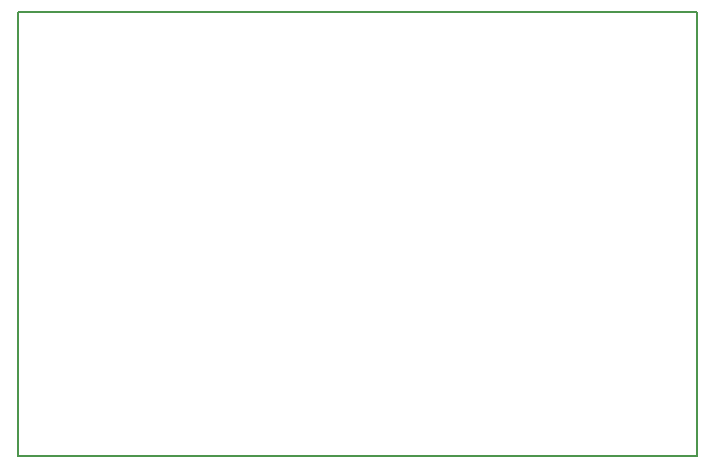
<source format=gbr>
G04 #@! TF.GenerationSoftware,KiCad,Pcbnew,5.1.0-060a0da~80~ubuntu18.04.1*
G04 #@! TF.CreationDate,2019-06-10T00:34:36+02:00*
G04 #@! TF.ProjectId,TinyFPGA-BX,54696e79-4650-4474-912d-42582e6b6963,rev?*
G04 #@! TF.SameCoordinates,Original*
G04 #@! TF.FileFunction,Profile,NP*
%FSLAX46Y46*%
G04 Gerber Fmt 4.6, Leading zero omitted, Abs format (unit mm)*
G04 Created by KiCad (PCBNEW 5.1.0-060a0da~80~ubuntu18.04.1) date 2019-06-10 00:34:36*
%MOMM*%
%LPD*%
G04 APERTURE LIST*
%ADD10C,0.150000*%
G04 APERTURE END LIST*
D10*
X188976000Y-131699000D02*
X131445000Y-131699000D01*
X188976000Y-94107000D02*
X188976000Y-131699000D01*
X188976000Y-94107000D02*
X131445000Y-94107000D01*
X131445000Y-94107000D02*
X131445000Y-131699000D01*
M02*

</source>
